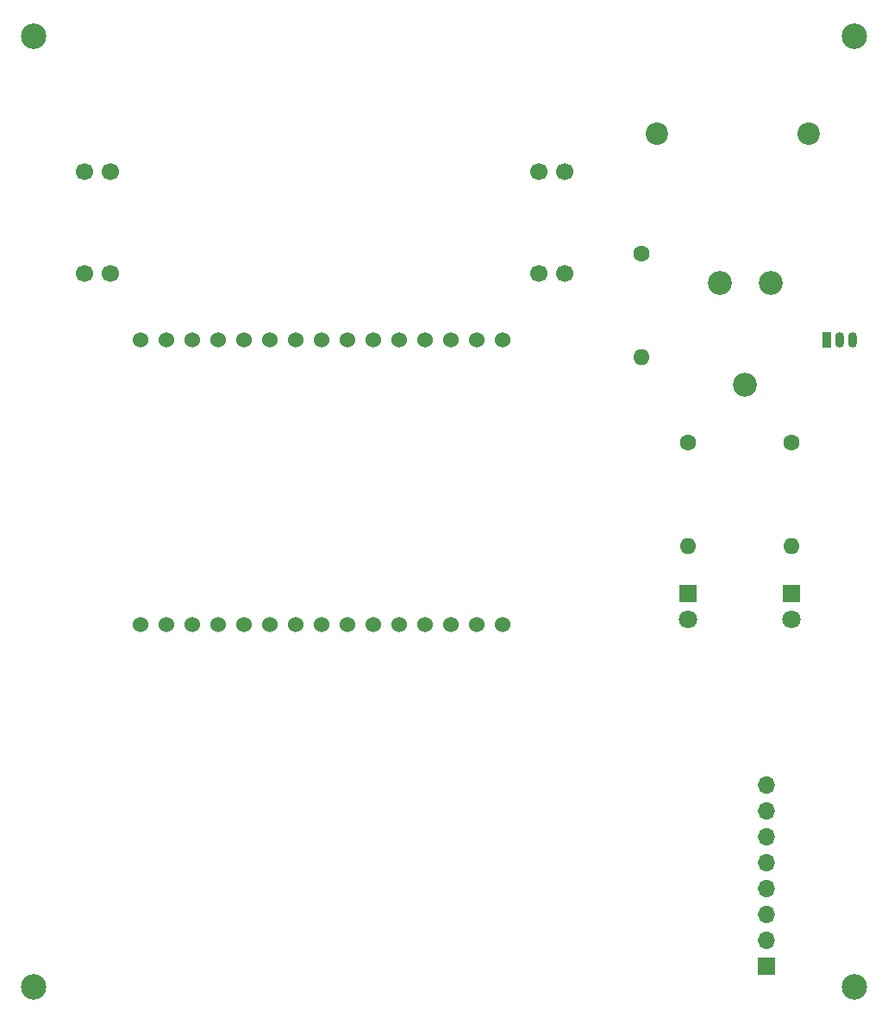
<source format=gbr>
G04 #@! TF.FileFunction,Copper,L1,Top,Signal*
%FSLAX46Y46*%
G04 Gerber Fmt 4.6, Leading zero omitted, Abs format (unit mm)*
G04 Created by KiCad (PCBNEW 4.0.7-e2-6376~58~ubuntu16.04.1) date Fri Mar  9 08:47:09 2018*
%MOMM*%
%LPD*%
G01*
G04 APERTURE LIST*
%ADD10C,0.100000*%
%ADD11C,2.200000*%
%ADD12R,1.800000X1.800000*%
%ADD13C,1.800000*%
%ADD14C,1.600000*%
%ADD15O,1.600000X1.600000*%
%ADD16C,1.524000*%
%ADD17C,2.340000*%
%ADD18C,2.500000*%
%ADD19O,0.900000X1.500000*%
%ADD20R,0.900000X1.500000*%
%ADD21R,1.700000X1.700000*%
%ADD22O,1.700000X1.700000*%
%ADD23C,1.700000*%
%ADD24C,0.250000*%
G04 APERTURE END LIST*
D10*
D11*
X175811000Y-70866000D03*
X190711000Y-70866000D03*
D12*
X178892200Y-115976400D03*
D13*
X178892200Y-118516400D03*
D12*
X189052200Y-115976400D03*
D13*
X189052200Y-118516400D03*
D14*
X178866800Y-101193600D03*
D15*
X178866800Y-111353600D03*
D14*
X189026800Y-101193600D03*
D15*
X189026800Y-111353600D03*
D16*
X160655000Y-91059000D03*
X158115000Y-91059000D03*
X155575000Y-91059000D03*
X153035000Y-91059000D03*
X150495000Y-91059000D03*
X147955000Y-91059000D03*
X145415000Y-91059000D03*
X142875000Y-91059000D03*
X140335000Y-91059000D03*
X137795000Y-91059000D03*
X135255000Y-91059000D03*
X132715000Y-91059000D03*
X130175000Y-91059000D03*
X127635000Y-91059000D03*
X125095000Y-91059000D03*
X125095000Y-118999000D03*
X127635000Y-118999000D03*
X130175000Y-118999000D03*
X132715000Y-118999000D03*
X135255000Y-118999000D03*
X137795000Y-118999000D03*
X140335000Y-118999000D03*
X142875000Y-118999000D03*
X145415000Y-118999000D03*
X147955000Y-118999000D03*
X150495000Y-118999000D03*
X153035000Y-118999000D03*
X155575000Y-118999000D03*
X158115000Y-118999000D03*
X160655000Y-118999000D03*
D17*
X187016400Y-85471000D03*
X184516400Y-95471000D03*
X182016400Y-85471000D03*
D18*
X114655600Y-61315600D03*
X114655600Y-154584400D03*
X195224400Y-154584400D03*
X195224400Y-61315600D03*
D14*
X174345600Y-82600800D03*
D15*
X174345600Y-92760800D03*
D19*
X193802000Y-91059000D03*
X195072000Y-91059000D03*
D20*
X192532000Y-91059000D03*
D21*
X186613800Y-152552400D03*
D22*
X186613800Y-150012400D03*
X186613800Y-147472400D03*
X186613800Y-144932400D03*
X186613800Y-142392400D03*
X186613800Y-139852400D03*
X186613800Y-137312400D03*
X186613800Y-134772400D03*
D23*
X164236400Y-84582000D03*
X164236400Y-74549000D03*
X166776400Y-74549000D03*
X119634000Y-84582000D03*
X122174000Y-84582000D03*
X166776400Y-84582000D03*
X122174000Y-74549000D03*
X119634000Y-74549000D03*
D24*
X192328800Y-91135200D02*
X192278000Y-91186000D01*
M02*

</source>
